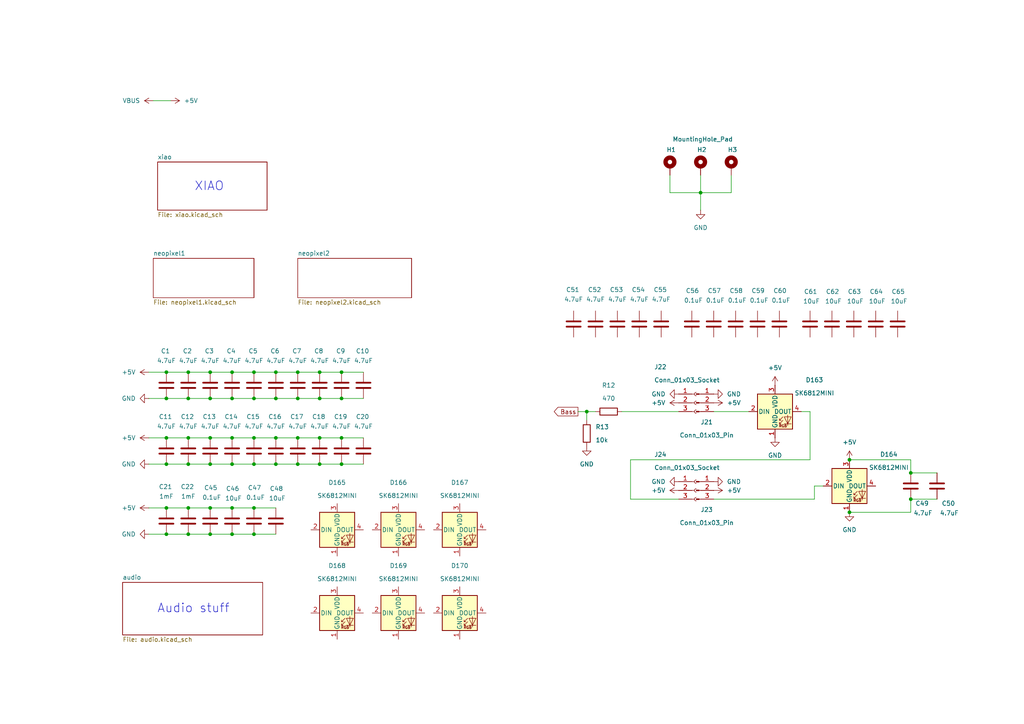
<source format=kicad_sch>
(kicad_sch (version 20231120) (generator "eeschema") (generator_version "8.0")
  (paper "A4")
  (lib_symbols
    (symbol "Connector:Conn_01x03_Pin" (pin_names (offset 1.016) hide)
      (property "Reference" "J" (at 0 5.08 0))
      (property "Value" "Conn_01x03_Pin" (at 0 -5.08 0))
      (symbol "Conn_01x03_Pin_1_1"
        (polyline (pts (xy 1.27 -2.54) (xy 0.8636 -2.54)) (stroke (width 0.1524)))
        (polyline (pts (xy 1.27 0) (xy 0.8636 0)) (stroke (width 0.1524)))
        (polyline (pts (xy 1.27 2.54) (xy 0.8636 2.54)) (stroke (width 0.1524)))
        (rectangle (start 0.8636 -2.413) (end 0 -2.667) (stroke (width 0.1524)) (fill (type outline)))
        (rectangle (start 0.8636 0.127) (end 0 -0.127) (stroke (width 0.1524)) (fill (type outline)))
        (rectangle (start 0.8636 2.667) (end 0 2.413) (stroke (width 0.1524)) (fill (type outline)))
        (pin passive line (at 5.08 2.54 180) (length 3.81) (name "Pin_1") (number "1"))
        (pin passive line (at 5.08 0 180) (length 3.81) (name "Pin_2") (number "2"))
        (pin passive line (at 5.08 -2.54 180) (length 3.81) (name "Pin_3") (number "3"))
      )
    )
    (symbol "Connector:Conn_01x03_Socket" (pin_names (offset 1.016) hide)
      (property "Reference" "J" (at 0 5.08 0))
      (property "Value" "Conn_01x03_Socket" (at 0 -5.08 0))
      (symbol "Conn_01x03_Socket_1_1"
        (arc (start 0 -2.032) (mid -0.5058 -2.54) (end 0 -3.048) (stroke (width 0.1524)))
        (polyline (pts (xy -1.27 -2.54) (xy -0.508 -2.54)) (stroke (width 0.1524)))
        (polyline (pts (xy -1.27 0) (xy -0.508 0)) (stroke (width 0.1524)))
        (polyline (pts (xy -1.27 2.54) (xy -0.508 2.54)) (stroke (width 0.1524)))
        (arc (start 0 0.508) (mid -0.5058 0) (end 0 -0.508) (stroke (width 0.1524)))
        (arc (start 0 3.048) (mid -0.5058 2.54) (end 0 2.032) (stroke (width 0.1524)))
        (pin passive line (at -5.08 2.54 0) (length 3.81) (name "Pin_1") (number "1"))
        (pin passive line (at -5.08 0 0) (length 3.81) (name "Pin_2") (number "2"))
        (pin passive line (at -5.08 -2.54 0) (length 3.81) (name "Pin_3") (number "3"))
      )
    )
    (symbol "Device:C" (pin_numbers hide) (pin_names (offset 0.254))
      (property "Reference" "C" (at 0.635 2.54 0))
      (property "Value" "C" (at 0.635 -2.54 0))
      (symbol "C_0_1"
        (polyline (pts (xy -2.032 -0.762) (xy 2.032 -0.762)) (stroke (width 0.508)))
        (polyline (pts (xy -2.032 0.762) (xy 2.032 0.762)) (stroke (width 0.508)))
      )
      (symbol "C_1_1"
        (pin passive line (at 0 3.81 270) (length 2.794) (name "~") (number "1"))
        (pin passive line (at 0 -3.81 90) (length 2.794) (name "~") (number "2"))
      )
    )
    (symbol "Device:R" (pin_numbers hide) (pin_names (offset 0))
      (property "Reference" "R" (at 2.032 0 90))
      (property "Value" "R" (at 0 0 90))
      (symbol "R_0_1"
        (rectangle (start -1.016 -2.54) (end 1.016 2.54) (stroke (width 0.254)))
      )
      (symbol "R_1_1"
        (pin passive line (at 0 3.81 270) (length 1.27) (name "~") (number "1"))
        (pin passive line (at 0 -3.81 90) (length 1.27) (name "~") (number "2"))
      )
    )
    (symbol "Mechanical:MountingHole_Pad" (pin_numbers hide) (pin_names (offset 1.016) hide) (exclude_from_sim yes) (in_bom no)
      (property "Reference" "H" (at 0 6.35 0))
      (property "Value" "MountingHole_Pad" (at 0 4.445 0))
      (symbol "MountingHole_Pad_0_1"
        (circle (center 0 1.27) (radius 1.27) (stroke (width 1.27)))
      )
      (symbol "MountingHole_Pad_1_1"
        (pin input line (at 0 -2.54 90) (length 2.54) (name "1") (number "1"))
      )
    )
    (symbol "SK6812MINI-HS:SK6812MINI-HS" (pin_names (offset 0.254))
      (property "Reference" "D" (at 5.08 5.715 0))
      (property "Value" "SK6812MINI-HS" (at 1.27 -5.715 0))
      (symbol "SK6812MINI-HS_0_0"
        (text "RGB" (at 2.286 -4.191 0) (effects (font (size 0.762 0.762))))
      )
      (symbol "SK6812MINI-HS_0_1"
        (polyline (pts (xy 1.27 -3.556) (xy 1.778 -3.556)))
        (polyline (pts (xy 1.27 -2.54) (xy 1.778 -2.54)))
        (polyline (pts (xy 4.699 -3.556) (xy 2.667 -3.556)))
        (polyline (pts (xy 2.286 -2.54) (xy 1.27 -3.556) (xy 1.27 -3.048)))
        (polyline (pts (xy 2.286 -1.524) (xy 1.27 -2.54) (xy 1.27 -2.032)))
        (polyline (pts (xy 3.683 -1.016) (xy 3.683 -3.556) (xy 3.683 -4.064)))
        (polyline (pts (xy 4.699 -1.524) (xy 2.667 -1.524) (xy 3.683 -3.556) (xy 4.699 -1.524)))
        (rectangle (start 5.08 5.08) (end -5.08 -5.08) (stroke (width 0.254)) (fill (type background)))
      )
      (symbol "SK6812MINI-HS_1_1"
        (pin power_in line (at 0 -7.62 90) (length 2.54) (name "GND") (number "1"))
        (pin input line (at -7.62 0 0) (length 2.54) (name "DIN") (number "2"))
        (pin power_in line (at 0 7.62 270) (length 2.54) (name "VDD") (number "3"))
        (pin output line (at 7.62 0 180) (length 2.54) (name "DOUT") (number "4"))
      )
    )
    (symbol "power:+5V" (power) (pin_numbers hide) (pin_names (offset 0) hide)
      (property "Value" "+5V" (at 0 3.556 0))
      (symbol "+5V_0_1"
        (polyline (pts (xy -0.762 1.27) (xy 0 2.54)))
        (polyline (pts (xy 0 0) (xy 0 2.54)))
        (polyline (pts (xy 0 2.54) (xy 0.762 1.27)))
      )
      (symbol "+5V_1_1"
        (pin power_in line (at 0 0 90) (length 0) (name "~") (number "1"))
      )
    )
    (symbol "power:GND" (power) (pin_numbers hide) (pin_names (offset 0) hide)
      (property "Value" "GND" (at 0 -3.81 0))
      (symbol "GND_0_1"
        (polyline (pts (xy 0 0) (xy 0 -1.27) (xy 1.27 -1.27) (xy 0 -2.54) (xy -1.27 -1.27) (xy 0 -1.27)))
      )
      (symbol "GND_1_1"
        (pin power_in line (at 0 0 270) (length 0) (name "~") (number "1"))
      )
    )
    (symbol "power:VBUS" (power) (pin_numbers hide) (pin_names (offset 0) hide)
      (property "Value" "VBUS" (at 0 3.556 0))
      (symbol "VBUS_0_1"
        (polyline (pts (xy -0.762 1.27) (xy 0 2.54)))
        (polyline (pts (xy 0 0) (xy 0 2.54)))
        (polyline (pts (xy 0 2.54) (xy 0.762 1.27)))
      )
      (symbol "VBUS_1_1"
        (pin power_in line (at 0 0 90) (length 0) (name "~") (number "1"))
      )
    )
  )
  (junction (at 99.06 134.62))
  (junction (at 54.61 154.94))
  (junction (at 246.38 148.59))
  (junction (at 92.71 107.95))
  (junction (at 67.31 134.62))
  (junction (at 99.06 107.95))
  (junction (at 264.16 137.16))
  (junction (at 92.71 134.62))
  (junction (at 80.01 107.95))
  (junction (at 48.26 147.32))
  (junction (at 54.61 107.95))
  (junction (at 67.31 127))
  (junction (at 67.31 147.32))
  (junction (at 54.61 134.62))
  (junction (at 48.26 134.62))
  (junction (at 48.26 107.95))
  (junction (at 48.26 127))
  (junction (at 60.96 134.62))
  (junction (at 73.66 154.94))
  (junction (at 170.18 119.38))
  (junction (at 60.96 154.94))
  (junction (at 264.16 144.78))
  (junction (at 203.2 55.88))
  (junction (at 80.01 134.62))
  (junction (at 86.36 127))
  (junction (at 73.66 134.62))
  (junction (at 48.26 115.57))
  (junction (at 67.31 115.57))
  (junction (at 73.66 127))
  (junction (at 86.36 107.95))
  (junction (at 67.31 154.94))
  (junction (at 86.36 115.57))
  (junction (at 73.66 147.32))
  (junction (at 54.61 147.32))
  (junction (at 86.36 134.62))
  (junction (at 80.01 115.57))
  (junction (at 92.71 115.57))
  (junction (at 67.31 107.95))
  (junction (at 54.61 127))
  (junction (at 54.61 115.57))
  (junction (at 60.96 107.95))
  (junction (at 60.96 147.32))
  (junction (at 60.96 115.57))
  (junction (at 92.71 127))
  (junction (at 73.66 107.95))
  (junction (at 246.38 133.35))
  (junction (at 80.01 127))
  (junction (at 99.06 115.57))
  (junction (at 99.06 127))
  (junction (at 48.26 154.94))
  (junction (at 73.66 115.57))
  (junction (at 60.96 127))
  (wire (pts (xy 180.34 119.38) (xy 196.85 119.38)))
  (wire (pts (xy 43.18 147.32) (xy 48.26 147.32)))
  (wire (pts (xy 92.71 115.57) (xy 99.06 115.57)))
  (wire (pts (xy 48.26 107.95) (xy 54.61 107.95)))
  (wire (pts (xy 60.96 154.94) (xy 67.31 154.94)))
  (wire (pts (xy 43.18 134.62) (xy 48.26 134.62)))
  (wire (pts (xy 264.16 144.78) (xy 264.16 148.59)))
  (wire (pts (xy 80.01 134.62) (xy 86.36 134.62)))
  (wire (pts (xy 60.96 147.32) (xy 67.31 147.32)))
  (wire (pts (xy 182.88 133.35) (xy 182.88 144.78)))
  (wire (pts (xy 54.61 147.32) (xy 60.96 147.32)))
  (wire (pts (xy 236.22 140.97) (xy 238.76 140.97)))
  (wire (pts (xy 264.16 137.16) (xy 264.16 133.35)))
  (wire (pts (xy 203.2 50.8) (xy 203.2 55.88)))
  (wire (pts (xy 170.18 119.38) (xy 170.18 121.92)))
  (wire (pts (xy 99.06 115.57) (xy 105.41 115.57)))
  (wire (pts (xy 43.18 107.95) (xy 48.26 107.95)))
  (wire (pts (xy 73.66 154.94) (xy 80.01 154.94)))
  (wire (pts (xy 92.71 107.95) (xy 99.06 107.95)))
  (wire (pts (xy 48.26 134.62) (xy 54.61 134.62)))
  (wire (pts (xy 92.71 134.62) (xy 99.06 134.62)))
  (wire (pts (xy 264.16 144.78) (xy 271.78 144.78)))
  (wire (pts (xy 54.61 127) (xy 60.96 127)))
  (wire (pts (xy 43.18 115.57) (xy 48.26 115.57)))
  (wire (pts (xy 54.61 154.94) (xy 60.96 154.94)))
  (wire (pts (xy 44.45 29.21) (xy 49.53 29.21)))
  (wire (pts (xy 264.16 137.16) (xy 271.78 137.16)))
  (wire (pts (xy 67.31 134.62) (xy 73.66 134.62)))
  (wire (pts (xy 212.09 50.8) (xy 212.09 55.88)))
  (wire (pts (xy 73.66 147.32) (xy 80.01 147.32)))
  (wire (pts (xy 236.22 144.78) (xy 207.01 144.78)))
  (wire (pts (xy 60.96 127) (xy 67.31 127)))
  (wire (pts (xy 99.06 107.95) (xy 105.41 107.95)))
  (wire (pts (xy 86.36 115.57) (xy 92.71 115.57)))
  (wire (pts (xy 48.26 147.32) (xy 54.61 147.32)))
  (wire (pts (xy 86.36 134.62) (xy 92.71 134.62)))
  (wire (pts (xy 264.16 148.59) (xy 246.38 148.59)))
  (wire (pts (xy 67.31 154.94) (xy 73.66 154.94)))
  (wire (pts (xy 54.61 107.95) (xy 60.96 107.95)))
  (wire (pts (xy 43.18 154.94) (xy 48.26 154.94)))
  (wire (pts (xy 86.36 127) (xy 92.71 127)))
  (wire (pts (xy 194.31 55.88) (xy 203.2 55.88)))
  (wire (pts (xy 48.26 154.94) (xy 54.61 154.94)))
  (wire (pts (xy 73.66 107.95) (xy 80.01 107.95)))
  (wire (pts (xy 182.88 144.78) (xy 196.85 144.78)))
  (wire (pts (xy 92.71 127) (xy 99.06 127)))
  (wire (pts (xy 234.95 133.35) (xy 182.88 133.35)))
  (wire (pts (xy 54.61 115.57) (xy 60.96 115.57)))
  (wire (pts (xy 48.26 115.57) (xy 54.61 115.57)))
  (wire (pts (xy 207.01 119.38) (xy 217.17 119.38)))
  (wire (pts (xy 80.01 107.95) (xy 86.36 107.95)))
  (wire (pts (xy 203.2 55.88) (xy 212.09 55.88)))
  (wire (pts (xy 73.66 134.62) (xy 80.01 134.62)))
  (wire (pts (xy 73.66 115.57) (xy 80.01 115.57)))
  (wire (pts (xy 234.95 119.38) (xy 234.95 133.35)))
  (wire (pts (xy 234.95 119.38) (xy 232.41 119.38)))
  (wire (pts (xy 60.96 134.62) (xy 67.31 134.62)))
  (wire (pts (xy 67.31 115.57) (xy 73.66 115.57)))
  (wire (pts (xy 80.01 127) (xy 86.36 127)))
  (wire (pts (xy 60.96 115.57) (xy 67.31 115.57)))
  (wire (pts (xy 73.66 127) (xy 80.01 127)))
  (wire (pts (xy 194.31 50.8) (xy 194.31 55.88)))
  (wire (pts (xy 170.18 119.38) (xy 172.72 119.38)))
  (wire (pts (xy 99.06 127) (xy 105.41 127)))
  (wire (pts (xy 60.96 107.95) (xy 67.31 107.95)))
  (wire (pts (xy 67.31 127) (xy 73.66 127)))
  (wire (pts (xy 67.31 107.95) (xy 73.66 107.95)))
  (wire (pts (xy 48.26 127) (xy 54.61 127)))
  (wire (pts (xy 236.22 140.97) (xy 236.22 144.78)))
  (wire (pts (xy 167.64 119.38) (xy 170.18 119.38)))
  (wire (pts (xy 99.06 134.62) (xy 105.41 134.62)))
  (wire (pts (xy 43.18 127) (xy 48.26 127)))
  (wire (pts (xy 67.31 147.32) (xy 73.66 147.32)))
  (wire (pts (xy 86.36 107.95) (xy 92.71 107.95)))
  (wire (pts (xy 203.2 55.88) (xy 203.2 60.96)))
  (wire (pts (xy 54.61 134.62) (xy 60.96 134.62)))
  (wire (pts (xy 264.16 133.35) (xy 246.38 133.35)))
  (wire (pts (xy 80.01 115.57) (xy 86.36 115.57)))
  (text "Audio stuff" (at 56.134 176.53 0) (effects (font (size 2.54 2.54))))
  (text "XIAO" (at 60.706 54.102 0) (effects (font (size 2.54 2.54))))
  (global_label "Bass" (shape output) (at 167.64 119.38 180) (property "Intersheetrefs" "${INTERSHEET_REFS}" (effects (hide yes))))
  (symbol (lib_id "SK6812MINI-HS:SK6812MINI-HS") (at 133.35 177.8 0) (unit 1)
    (property "Reference" "D170" (at 133.35 164.084 0))
    (property "Value" "SK6812MINI" (at 133.35 167.894 0))
    (property "Footprint" "misc:SK6812MINI-HS" (effects (hide yes)))
    (property "Datasheet" "https://cdn-shop.adafruit.com/product-files/2686/SK6812MINI_REV.01-1-2.pdf" (effects (hide yes)))
    (property "Description" "RGB LED with integrated controller" (effects (hide yes)))
  )
  (symbol (lib_id "Device:C") (at 60.96 130.81 180) (unit 1)
    (property "Reference" "C13" (at 60.706 120.142 0) (effects (justify bottom)))
    (property "Value" "4.7uF" (at 60.96 122.936 0) (effects (justify bottom)))
    (property "Footprint" "Capacitor_SMD:C_0402_1005Metric_Pad0.74x0.62mm_HandSolder" (effects (hide yes)))
    (property "Description" "Unpolarized capacitor" (effects (hide yes)))
    (property "LCSC Part #" "C23733" (effects (hide yes)))
  )
  (symbol (lib_id "Device:C") (at 54.61 111.76 180) (unit 1)
    (property "Reference" "C2" (at 54.356 101.092 0) (effects (justify bottom)))
    (property "Value" "4.7uF" (at 54.61 103.886 0) (effects (justify bottom)))
    (property "Footprint" "Capacitor_SMD:C_0402_1005Metric_Pad0.74x0.62mm_HandSolder" (effects (hide yes)))
    (property "Description" "Unpolarized capacitor" (effects (hide yes)))
    (property "LCSC Part #" "C23733" (effects (hide yes)))
  )
  (symbol (lib_id "Device:C") (at 213.36 93.98 0) (unit 1)
    (property "Reference" "C58" (at 211.582 84.328 0) (effects (justify left)))
    (property "Value" "0.1uF" (at 211.074 87.122 0) (effects (justify left)))
    (property "Footprint" "Capacitor_SMD:C_0402_1005Metric_Pad0.74x0.62mm_HandSolder" (effects (hide yes)))
    (property "Description" "Unpolarized capacitor" (effects (hide yes)))
    (property "LCSC Part #" "C1525" (effects (hide yes)))
  )
  (symbol (lib_id "power:+5V") (at 207.01 116.84 270) (unit 1)
    (property "Reference" "#PWR373" (effects (hide yes)))
    (property "Value" "+5V" (at 210.82 116.84 90) (effects (justify left)))
    (property "Description" "Power symbol creates a global label with name \"+5V\"" (effects (hide yes)))
  )
  (symbol (lib_id "power:GND") (at 207.01 139.7 90) (unit 1)
    (property "Reference" "#PWR369" (effects (hide yes)))
    (property "Value" "GND" (at 210.82 139.7 90) (effects (justify right)))
    (property "Description" "Power symbol creates a global label with name \"GND\" , ground" (effects (hide yes)))
  )
  (symbol (lib_id "Device:C") (at 60.96 111.76 180) (unit 1)
    (property "Reference" "C3" (at 60.706 101.092 0) (effects (justify bottom)))
    (property "Value" "4.7uF" (at 60.96 103.886 0) (effects (justify bottom)))
    (property "Footprint" "Capacitor_SMD:C_0402_1005Metric_Pad0.74x0.62mm_HandSolder" (effects (hide yes)))
    (property "Description" "Unpolarized capacitor" (effects (hide yes)))
    (property "LCSC Part #" "C23733" (effects (hide yes)))
  )
  (symbol (lib_id "Device:C") (at 67.31 130.81 180) (unit 1)
    (property "Reference" "C14" (at 67.056 120.142 0) (effects (justify bottom)))
    (property "Value" "4.7uF" (at 67.31 122.936 0) (effects (justify bottom)))
    (property "Footprint" "Capacitor_SMD:C_0402_1005Metric_Pad0.74x0.62mm_HandSolder" (effects (hide yes)))
    (property "Description" "Unpolarized capacitor" (effects (hide yes)))
    (property "LCSC Part #" "C23733" (effects (hide yes)))
  )
  (symbol (lib_id "power:+5V") (at 246.38 133.35 0) (unit 1)
    (property "Reference" "#PWR362" (effects (hide yes)))
    (property "Value" "+5V" (at 246.38 128.27 0))
    (property "Description" "Power symbol creates a global label with name \"+5V\"" (effects (hide yes)))
  )
  (symbol (lib_id "Device:C") (at 191.77 93.98 180) (unit 1)
    (property "Reference" "C55" (at 191.516 83.312 0) (effects (justify bottom)))
    (property "Value" "4.7uF" (at 191.77 86.106 0) (effects (justify bottom)))
    (property "Footprint" "Capacitor_SMD:C_0402_1005Metric_Pad0.74x0.62mm_HandSolder" (effects (hide yes)))
    (property "Description" "Unpolarized capacitor" (effects (hide yes)))
    (property "LCSC Part #" "C23733" (effects (hide yes)))
  )
  (symbol (lib_id "Device:C") (at 73.66 130.81 180) (unit 1)
    (property "Reference" "C15" (at 73.406 120.142 0) (effects (justify bottom)))
    (property "Value" "4.7uF" (at 73.66 122.936 0) (effects (justify bottom)))
    (property "Footprint" "Capacitor_SMD:C_0402_1005Metric_Pad0.74x0.62mm_HandSolder" (effects (hide yes)))
    (property "Description" "Unpolarized capacitor" (effects (hide yes)))
    (property "LCSC Part #" "C23733" (effects (hide yes)))
  )
  (symbol (lib_id "power:GND") (at 246.38 148.59 0) (unit 1)
    (property "Reference" "#PWR364" (effects (hide yes)))
    (property "Value" "GND" (at 246.38 153.67 0))
    (property "Description" "Power symbol creates a global label with name \"GND\" , ground" (effects (hide yes)))
  )
  (symbol (lib_id "SK6812MINI-HS:SK6812MINI-HS") (at 115.57 153.67 0) (unit 1)
    (property "Reference" "D166" (at 115.57 139.954 0))
    (property "Value" "SK6812MINI" (at 115.57 143.764 0))
    (property "Footprint" "misc:SK6812MINI-HS" (effects (hide yes)))
    (property "Datasheet" "https://cdn-shop.adafruit.com/product-files/2686/SK6812MINI_REV.01-1-2.pdf" (effects (hide yes)))
    (property "Description" "RGB LED with integrated controller" (effects (hide yes)))
  )
  (symbol (lib_id "power:GND") (at 43.18 154.94 270) (unit 1)
    (property "Reference" "#PWR0329" (effects (hide yes)))
    (property "Value" "GND" (at 39.37 154.94 90) (effects (justify right)))
    (property "Description" "Power symbol creates a global label with name \"GND\" , ground" (effects (hide yes)))
  )
  (symbol (lib_id "Device:C") (at 54.61 130.81 180) (unit 1)
    (property "Reference" "C12" (at 54.356 120.142 0) (effects (justify bottom)))
    (property "Value" "4.7uF" (at 54.61 122.936 0) (effects (justify bottom)))
    (property "Footprint" "Capacitor_SMD:C_0402_1005Metric_Pad0.74x0.62mm_HandSolder" (effects (hide yes)))
    (property "Description" "Unpolarized capacitor" (effects (hide yes)))
    (property "LCSC Part #" "C23733" (effects (hide yes)))
  )
  (symbol (lib_id "power:+5V") (at 43.18 127 90) (unit 1)
    (property "Reference" "#PWR0326" (effects (hide yes)))
    (property "Value" "+5V" (at 39.37 127 90) (effects (justify left)))
    (property "Description" "Power symbol creates a global label with name \"+5V\"" (effects (hide yes)))
  )
  (symbol (lib_id "Device:C") (at 92.71 130.81 180) (unit 1)
    (property "Reference" "C18" (at 92.456 120.142 0) (effects (justify bottom)))
    (property "Value" "4.7uF" (at 92.71 122.936 0) (effects (justify bottom)))
    (property "Footprint" "Capacitor_SMD:C_0402_1005Metric_Pad0.74x0.62mm_HandSolder" (effects (hide yes)))
    (property "Description" "Unpolarized capacitor" (effects (hide yes)))
    (property "LCSC Part #" "C23733" (effects (hide yes)))
  )
  (symbol (lib_id "Connector:Conn_01x03_Pin") (at 201.93 142.24 0) (unit 1)
    (property "Reference" "J23" (at 204.978 147.828 0))
    (property "Value" "Conn_01x03_Pin" (at 204.978 151.638 0))
    (property "Footprint" "Connector_PinHeader_2.54mm:PinHeader_1x03_P2.54mm_Vertical" (effects (hide yes)))
    (property "Description" "Generic connector, single row, 01x03, script generated" (effects (hide yes)))
  )
  (symbol (lib_id "Mechanical:MountingHole_Pad") (at 194.31 48.26 0) (unit 1) (exclude_from_sim yes) (in_bom no)
    (property "Reference" "H1" (at 193.294 43.434 0) (effects (justify left)))
    (property "Value" "MountingHole_Pad" (at 195.072 40.386 0) (effects (justify left)))
    (property "Footprint" "MountingHole:MountingHole_4.3mm_M4_Pad_Via" (effects (hide yes)))
    (property "Description" "Mounting Hole with connection" (effects (hide yes)))
  )
  (symbol (lib_id "SK6812MINI-HS:SK6812MINI-HS") (at 115.57 177.8 0) (unit 1)
    (property "Reference" "D169" (at 115.57 164.084 0))
    (property "Value" "SK6812MINI" (at 115.57 167.894 0))
    (property "Footprint" "misc:SK6812MINI-HS" (effects (hide yes)))
    (property "Datasheet" "https://cdn-shop.adafruit.com/product-files/2686/SK6812MINI_REV.01-1-2.pdf" (effects (hide yes)))
    (property "Description" "RGB LED with integrated controller" (effects (hide yes)))
  )
  (symbol (lib_id "Device:C") (at 86.36 130.81 180) (unit 1)
    (property "Reference" "C17" (at 86.106 120.142 0) (effects (justify bottom)))
    (property "Value" "4.7uF" (at 86.36 122.936 0) (effects (justify bottom)))
    (property "Footprint" "Capacitor_SMD:C_0402_1005Metric_Pad0.74x0.62mm_HandSolder" (effects (hide yes)))
    (property "Description" "Unpolarized capacitor" (effects (hide yes)))
    (property "LCSC Part #" "C23733" (effects (hide yes)))
  )
  (symbol (lib_id "Device:C") (at 48.26 151.13 180) (unit 1)
    (property "Reference" "C21" (at 48.006 140.462 0) (effects (justify bottom)))
    (property "Value" "1mF" (at 48.26 143.256 0) (effects (justify bottom)))
    (property "Footprint" "Capacitor_SMD:CP_Elec_8x10.5" (effects (hide yes)))
    (property "Description" "Unpolarized capacitor" (effects (hide yes)))
    (property "LCSC Part #" "C5246577" (effects (hide yes)))
  )
  (symbol (lib_id "power:+5V") (at 196.85 116.84 90) (unit 1)
    (property "Reference" "#PWR372" (effects (hide yes)))
    (property "Value" "+5V" (at 193.04 116.84 90) (effects (justify left)))
    (property "Description" "Power symbol creates a global label with name \"+5V\"" (effects (hide yes)))
  )
  (symbol (lib_id "SK6812MINI-HS:SK6812MINI-HS") (at 97.79 153.67 0) (unit 1)
    (property "Reference" "D165" (at 97.79 139.954 0))
    (property "Value" "SK6812MINI" (at 97.79 143.764 0))
    (property "Footprint" "misc:SK6812MINI-HS" (effects (hide yes)))
    (property "Datasheet" "https://cdn-shop.adafruit.com/product-files/2686/SK6812MINI_REV.01-1-2.pdf" (effects (hide yes)))
    (property "Description" "RGB LED with integrated controller" (effects (hide yes)))
  )
  (symbol (lib_id "SK6812MINI-HS:SK6812MINI-HS") (at 97.79 177.8 0) (unit 1)
    (property "Reference" "D168" (at 97.79 164.084 0))
    (property "Value" "SK6812MINI" (at 97.79 167.894 0))
    (property "Footprint" "misc:SK6812MINI-HS" (effects (hide yes)))
    (property "Datasheet" "https://cdn-shop.adafruit.com/product-files/2686/SK6812MINI_REV.01-1-2.pdf" (effects (hide yes)))
    (property "Description" "RGB LED with integrated controller" (effects (hide yes)))
  )
  (symbol (lib_id "power:GND") (at 207.01 114.3 90) (unit 1)
    (property "Reference" "#PWR367" (effects (hide yes)))
    (property "Value" "GND" (at 210.82 114.3 90) (effects (justify right)))
    (property "Description" "Power symbol creates a global label with name \"GND\" , ground" (effects (hide yes)))
  )
  (symbol (lib_id "Device:R") (at 170.18 125.73 0) (unit 1)
    (property "Reference" "R13" (at 172.72 123.825 0) (effects (justify left)))
    (property "Value" "10k" (at 172.72 127.635 0) (effects (justify left)))
    (property "Footprint" "Resistor_SMD:R_0402_1005Metric_Pad0.72x0.64mm_HandSolder" (effects (hide yes)))
    (property "Description" "Resistor" (effects (hide yes)))
    (property "LCSC Part #" "C25744" (effects (hide yes)))
  )
  (symbol (lib_id "power:VBUS") (at 44.45 29.21 90) (unit 1)
    (property "Reference" "#PWR346" (effects (hide yes)))
    (property "Value" "VBUS" (at 40.64 29.21 90) (effects (justify left)))
    (property "Description" "Power symbol creates a global label with name \"VBUS\"" (effects (hide yes)))
  )
  (symbol (lib_id "power:+5V") (at 43.18 107.95 90) (unit 1)
    (property "Reference" "#PWR0324" (effects (hide yes)))
    (property "Value" "+5V" (at 39.37 107.95 90) (effects (justify left)))
    (property "Description" "Power symbol creates a global label with name \"+5V\"" (effects (hide yes)))
  )
  (symbol (lib_id "Device:C") (at 60.96 151.13 0) (unit 1)
    (property "Reference" "C45" (at 59.182 141.478 0) (effects (justify left)))
    (property "Value" "0.1uF" (at 58.674 144.272 0) (effects (justify left)))
    (property "Footprint" "Capacitor_SMD:C_0402_1005Metric_Pad0.74x0.62mm_HandSolder" (effects (hide yes)))
    (property "Description" "Unpolarized capacitor" (effects (hide yes)))
    (property "LCSC Part #" "C1525" (effects (hide yes)))
  )
  (symbol (lib_id "Connector:Conn_01x03_Pin") (at 201.93 116.84 0) (unit 1)
    (property "Reference" "J21" (at 204.978 122.428 0))
    (property "Value" "Conn_01x03_Pin" (at 204.978 126.238 0))
    (property "Footprint" "Connector_PinHeader_2.54mm:PinHeader_1x03_P2.54mm_Vertical" (effects (hide yes)))
    (property "Description" "Generic connector, single row, 01x03, script generated" (effects (hide yes)))
  )
  (symbol (lib_id "Device:C") (at 67.31 151.13 0) (unit 1)
    (property "Reference" "C46" (at 65.532 141.732 0) (effects (justify left)))
    (property "Value" "10uF" (at 65.278 144.526 0) (effects (justify left)))
    (property "Footprint" "Capacitor_SMD:C_0603_1608Metric_Pad1.08x0.95mm_HandSolder" (effects (hide yes)))
    (property "Description" "Unpolarized capacitor" (effects (hide yes)))
    (property "LCSC Part #" "C19702" (effects (hide yes)))
  )
  (symbol (lib_id "power:GND") (at 203.2 60.96 0) (unit 1)
    (property "Reference" "#PWR332" (effects (hide yes)))
    (property "Value" "GND" (at 203.2 66.04 0))
    (property "Description" "Power symbol creates a global label with name \"GND\" , ground" (effects (hide yes)))
  )
  (symbol (lib_id "Device:C") (at 172.72 93.98 180) (unit 1)
    (property "Reference" "C52" (at 172.466 83.312 0) (effects (justify bottom)))
    (property "Value" "4.7uF" (at 172.72 86.106 0) (effects (justify bottom)))
    (property "Footprint" "Capacitor_SMD:C_0402_1005Metric_Pad0.74x0.62mm_HandSolder" (effects (hide yes)))
    (property "Description" "Unpolarized capacitor" (effects (hide yes)))
    (property "LCSC Part #" "C23733" (effects (hide yes)))
  )
  (symbol (lib_id "power:GND") (at 224.79 127 0) (unit 1)
    (property "Reference" "#PWR363" (effects (hide yes)))
    (property "Value" "GND" (at 224.79 132.08 0))
    (property "Description" "Power symbol creates a global label with name \"GND\" , ground" (effects (hide yes)))
  )
  (symbol (lib_id "Device:C") (at 48.26 111.76 180) (unit 1)
    (property "Reference" "C1" (at 48.006 101.092 0) (effects (justify bottom)))
    (property "Value" "4.7uF" (at 48.26 103.886 0) (effects (justify bottom)))
    (property "Footprint" "Capacitor_SMD:C_0402_1005Metric_Pad0.74x0.62mm_HandSolder" (effects (hide yes)))
    (property "Description" "Unpolarized capacitor" (effects (hide yes)))
    (property "LCSC Part #" "C23733" (effects (hide yes)))
  )
  (symbol (lib_id "Device:C") (at 73.66 151.13 0) (unit 1)
    (property "Reference" "C47" (at 71.882 141.478 0) (effects (justify left)))
    (property "Value" "0.1uF" (at 71.374 144.272 0) (effects (justify left)))
    (property "Footprint" "Capacitor_SMD:C_0402_1005Metric_Pad0.74x0.62mm_HandSolder" (effects (hide yes)))
    (property "Description" "Unpolarized capacitor" (effects (hide yes)))
    (property "LCSC Part #" "C1525" (effects (hide yes)))
  )
  (symbol (lib_id "Device:C") (at 207.01 93.98 0) (unit 1)
    (property "Reference" "C57" (at 205.232 84.328 0) (effects (justify left)))
    (property "Value" "0.1uF" (at 204.724 87.122 0) (effects (justify left)))
    (property "Footprint" "Capacitor_SMD:C_0402_1005Metric_Pad0.74x0.62mm_HandSolder" (effects (hide yes)))
    (property "Description" "Unpolarized capacitor" (effects (hide yes)))
    (property "LCSC Part #" "C1525" (effects (hide yes)))
  )
  (symbol (lib_id "Device:C") (at 54.61 151.13 180) (unit 1)
    (property "Reference" "C22" (at 54.356 140.462 0) (effects (justify bottom)))
    (property "Value" "1mF" (at 54.61 143.256 0) (effects (justify bottom)))
    (property "Footprint" "Capacitor_SMD:CP_Elec_8x10.5" (effects (hide yes)))
    (property "Description" "Unpolarized capacitor" (effects (hide yes)))
    (property "LCSC Part #" "C5246577" (effects (hide yes)))
  )
  (symbol (lib_id "Device:C") (at 200.66 93.98 0) (unit 1)
    (property "Reference" "C56" (at 198.882 84.328 0) (effects (justify left)))
    (property "Value" "0.1uF" (at 198.374 87.122 0) (effects (justify left)))
    (property "Footprint" "Capacitor_SMD:C_0402_1005Metric_Pad0.74x0.62mm_HandSolder" (effects (hide yes)))
    (property "Description" "Unpolarized capacitor" (effects (hide yes)))
    (property "LCSC Part #" "C1525" (effects (hide yes)))
  )
  (symbol (lib_id "Device:C") (at 185.42 93.98 180) (unit 1)
    (property "Reference" "C54" (at 185.166 83.312 0) (effects (justify bottom)))
    (property "Value" "4.7uF" (at 185.42 86.106 0) (effects (justify bottom)))
    (property "Footprint" "Capacitor_SMD:C_0402_1005Metric_Pad0.74x0.62mm_HandSolder" (effects (hide yes)))
    (property "Description" "Unpolarized capacitor" (effects (hide yes)))
    (property "LCSC Part #" "C23733" (effects (hide yes)))
  )
  (symbol (lib_id "power:GND") (at 43.18 115.57 270) (unit 1)
    (property "Reference" "#PWR0325" (effects (hide yes)))
    (property "Value" "GND" (at 39.37 115.57 90) (effects (justify right)))
    (property "Description" "Power symbol creates a global label with name \"GND\" , ground" (effects (hide yes)))
  )
  (symbol (lib_id "Device:C") (at 67.31 111.76 180) (unit 1)
    (property "Reference" "C4" (at 67.056 101.092 0) (effects (justify bottom)))
    (property "Value" "4.7uF" (at 67.31 103.886 0) (effects (justify bottom)))
    (property "Footprint" "Capacitor_SMD:C_0402_1005Metric_Pad0.74x0.62mm_HandSolder" (effects (hide yes)))
    (property "Description" "Unpolarized capacitor" (effects (hide yes)))
    (property "LCSC Part #" "C23733" (effects (hide yes)))
  )
  (symbol (lib_id "Device:C") (at 271.78 140.97 180) (unit 1)
    (property "Reference" "C50" (at 275.082 145.288 0) (effects (justify bottom)))
    (property "Value" "4.7uF" (at 275.336 148.082 0) (effects (justify bottom)))
    (property "Footprint" "Capacitor_SMD:C_0402_1005Metric_Pad0.74x0.62mm_HandSolder" (effects (hide yes)))
    (property "Description" "Unpolarized capacitor" (effects (hide yes)))
    (property "LCSC Part #" "C23733" (effects (hide yes)))
  )
  (symbol (lib_id "power:+5V") (at 43.18 147.32 90) (unit 1)
    (property "Reference" "#PWR0328" (effects (hide yes)))
    (property "Value" "+5V" (at 39.37 147.32 90) (effects (justify left)))
    (property "Description" "Power symbol creates a global label with name \"+5V\"" (effects (hide yes)))
  )
  (symbol (lib_id "Device:C") (at 99.06 130.81 180) (unit 1)
    (property "Reference" "C19" (at 98.806 120.142 0) (effects (justify bottom)))
    (property "Value" "4.7uF" (at 99.06 122.936 0) (effects (justify bottom)))
    (property "Footprint" "Capacitor_SMD:C_0402_1005Metric_Pad0.74x0.62mm_HandSolder" (effects (hide yes)))
    (property "Description" "Unpolarized capacitor" (effects (hide yes)))
    (property "LCSC Part #" "C23733" (effects (hide yes)))
  )
  (symbol (lib_id "SK6812MINI-HS:SK6812MINI-HS") (at 224.79 119.38 0) (unit 1)
    (property "Reference" "D163" (at 236.22 110.2031 0))
    (property "Value" "SK6812MINI" (at 236.22 114.0131 0))
    (property "Footprint" "misc:SK6812MINI-HS" (effects (hide yes)))
    (property "Datasheet" "https://cdn-shop.adafruit.com/product-files/2686/SK6812MINI_REV.01-1-2.pdf" (effects (hide yes)))
    (property "Description" "RGB LED with integrated controller" (effects (hide yes)))
  )
  (symbol (lib_id "Device:C") (at 92.71 111.76 180) (unit 1)
    (property "Reference" "C8" (at 92.456 101.092 0) (effects (justify bottom)))
    (property "Value" "4.7uF" (at 92.71 103.886 0) (effects (justify bottom)))
    (property "Footprint" "Capacitor_SMD:C_0402_1005Metric_Pad0.74x0.62mm_HandSolder" (effects (hide yes)))
    (property "Description" "Unpolarized capacitor" (effects (hide yes)))
    (property "LCSC Part #" "C23733" (effects (hide yes)))
  )
  (symbol (lib_id "Device:C") (at 105.41 111.76 180) (unit 1)
    (property "Reference" "C10" (at 105.156 101.092 0) (effects (justify bottom)))
    (property "Value" "4.7uF" (at 105.41 103.886 0) (effects (justify bottom)))
    (property "Footprint" "Capacitor_SMD:C_0402_1005Metric_Pad0.74x0.62mm_HandSolder" (effects (hide yes)))
    (property "Description" "Unpolarized capacitor" (effects (hide yes)))
    (property "LCSC Part #" "C23733" (effects (hide yes)))
  )
  (symbol (lib_id "Device:C") (at 80.01 111.76 180) (unit 1)
    (property "Reference" "C6" (at 79.756 101.092 0) (effects (justify bottom)))
    (property "Value" "4.7uF" (at 80.01 103.886 0) (effects (justify bottom)))
    (property "Footprint" "Capacitor_SMD:C_0402_1005Metric_Pad0.74x0.62mm_HandSolder" (effects (hide yes)))
    (property "Description" "Unpolarized capacitor" (effects (hide yes)))
    (property "LCSC Part #" "C23733" (effects (hide yes)))
  )
  (symbol (lib_id "Device:C") (at 73.66 111.76 180) (unit 1)
    (property "Reference" "C5" (at 73.406 101.092 0) (effects (justify bottom)))
    (property "Value" "4.7uF" (at 73.66 103.886 0) (effects (justify bottom)))
    (property "Footprint" "Capacitor_SMD:C_0402_1005Metric_Pad0.74x0.62mm_HandSolder" (effects (hide yes)))
    (property "Description" "Unpolarized capacitor" (effects (hide yes)))
    (property "LCSC Part #" "C23733" (effects (hide yes)))
  )
  (symbol (lib_id "Device:C") (at 241.3 93.98 0) (unit 1)
    (property "Reference" "C62" (at 239.522 84.582 0) (effects (justify left)))
    (property "Value" "10uF" (at 239.268 87.376 0) (effects (justify left)))
    (property "Footprint" "Capacitor_SMD:C_0603_1608Metric_Pad1.08x0.95mm_HandSolder" (effects (hide yes)))
    (property "Description" "Unpolarized capacitor" (effects (hide yes)))
    (property "LCSC Part #" "C19702" (effects (hide yes)))
  )
  (symbol (lib_id "Device:C") (at 80.01 151.13 0) (unit 1)
    (property "Reference" "C48" (at 78.232 141.732 0) (effects (justify left)))
    (property "Value" "10uF" (at 77.978 144.526 0) (effects (justify left)))
    (property "Footprint" "Capacitor_SMD:C_0603_1608Metric_Pad1.08x0.95mm_HandSolder" (effects (hide yes)))
    (property "Description" "Unpolarized capacitor" (effects (hide yes)))
    (property "LCSC Part #" "C19702" (effects (hide yes)))
  )
  (symbol (lib_id "Device:R") (at 176.53 119.38 90) (unit 1)
    (property "Reference" "R12" (at 176.53 111.76 90))
    (property "Value" "470" (at 176.53 115.57 90))
    (property "Footprint" "Resistor_SMD:R_0402_1005Metric_Pad0.72x0.64mm_HandSolder" (effects (hide yes)))
    (property "Description" "Resistor" (effects (hide yes)))
    (property "LCSC Part #" "C25117" (effects (hide yes)))
  )
  (symbol (lib_id "Device:C") (at 48.26 130.81 180) (unit 1)
    (property "Reference" "C11" (at 48.006 120.142 0) (effects (justify bottom)))
    (property "Value" "4.7uF" (at 48.26 122.936 0) (effects (justify bottom)))
    (property "Footprint" "Capacitor_SMD:C_0402_1005Metric_Pad0.74x0.62mm_HandSolder" (effects (hide yes)))
    (property "Description" "Unpolarized capacitor" (effects (hide yes)))
    (property "LCSC Part #" "C23733" (effects (hide yes)))
  )
  (symbol (lib_id "power:GND") (at 196.85 139.7 270) (unit 1)
    (property "Reference" "#PWR368" (effects (hide yes)))
    (property "Value" "GND" (at 193.04 139.7 90) (effects (justify right)))
    (property "Description" "Power symbol creates a global label with name \"GND\" , ground" (effects (hide yes)))
  )
  (symbol (lib_id "Mechanical:MountingHole_Pad") (at 212.09 48.26 0) (unit 1) (exclude_from_sim yes) (in_bom no)
    (property "Reference" "H3" (at 211.074 43.434 0) (effects (justify left)))
    (property "Value" "MountingHole_Pad" (effects (hide yes)))
    (property "Footprint" "MountingHole:MountingHole_4.3mm_M4_Pad_Via" (effects (hide yes)))
    (property "Description" "Mounting Hole with connection" (effects (hide yes)))
  )
  (symbol (lib_id "Device:C") (at 254 93.98 0) (unit 1)
    (property "Reference" "C64" (at 252.222 84.582 0) (effects (justify left)))
    (property "Value" "10uF" (at 251.968 87.376 0) (effects (justify left)))
    (property "Footprint" "Capacitor_SMD:C_0603_1608Metric_Pad1.08x0.95mm_HandSolder" (effects (hide yes)))
    (property "Description" "Unpolarized capacitor" (effects (hide yes)))
    (property "LCSC Part #" "C19702" (effects (hide yes)))
  )
  (symbol (lib_id "Device:C") (at 226.06 93.98 0) (unit 1)
    (property "Reference" "C60" (at 224.282 84.328 0) (effects (justify left)))
    (property "Value" "0.1uF" (at 223.774 87.122 0) (effects (justify left)))
    (property "Footprint" "Capacitor_SMD:C_0402_1005Metric_Pad0.74x0.62mm_HandSolder" (effects (hide yes)))
    (property "Description" "Unpolarized capacitor" (effects (hide yes)))
    (property "LCSC Part #" "C1525" (effects (hide yes)))
  )
  (symbol (lib_id "SK6812MINI-HS:SK6812MINI-HS") (at 133.35 153.67 0) (unit 1)
    (property "Reference" "D167" (at 133.35 139.954 0))
    (property "Value" "SK6812MINI" (at 133.35 143.764 0))
    (property "Footprint" "misc:SK6812MINI-HS" (effects (hide yes)))
    (property "Datasheet" "https://cdn-shop.adafruit.com/product-files/2686/SK6812MINI_REV.01-1-2.pdf" (effects (hide yes)))
    (property "Description" "RGB LED with integrated controller" (effects (hide yes)))
  )
  (symbol (lib_id "SK6812MINI-HS:SK6812MINI-HS") (at 246.38 140.97 0) (unit 1)
    (property "Reference" "D164" (at 257.81 131.7931 0))
    (property "Value" "SK6812MINI" (at 257.81 135.6031 0))
    (property "Footprint" "misc:SK6812MINI-HS" (effects (hide yes)))
    (property "Datasheet" "https://cdn-shop.adafruit.com/product-files/2686/SK6812MINI_REV.01-1-2.pdf" (effects (hide yes)))
    (property "Description" "RGB LED with integrated controller" (effects (hide yes)))
  )
  (symbol (lib_id "Device:C") (at 86.36 111.76 180) (unit 1)
    (property "Reference" "C7" (at 86.106 101.092 0) (effects (justify bottom)))
    (property "Value" "4.7uF" (at 86.36 103.886 0) (effects (justify bottom)))
    (property "Footprint" "Capacitor_SMD:C_0402_1005Metric_Pad0.74x0.62mm_HandSolder" (effects (hide yes)))
    (property "Description" "Unpolarized capacitor" (effects (hide yes)))
    (property "LCSC Part #" "C23733" (effects (hide yes)))
  )
  (symbol (lib_id "Device:C") (at 219.71 93.98 0) (unit 1)
    (property "Reference" "C59" (at 217.932 84.328 0) (effects (justify left)))
    (property "Value" "0.1uF" (at 217.424 87.122 0) (effects (justify left)))
    (property "Footprint" "Capacitor_SMD:C_0402_1005Metric_Pad0.74x0.62mm_HandSolder" (effects (hide yes)))
    (property "Description" "Unpolarized capacitor" (effects (hide yes)))
    (property "LCSC Part #" "C1525" (effects (hide yes)))
  )
  (symbol (lib_id "Mechanical:MountingHole_Pad") (at 203.2 48.26 0) (unit 1) (exclude_from_sim yes) (in_bom no)
    (property "Reference" "H2" (at 202.184 43.434 0) (effects (justify left)))
    (property "Value" "MountingHole_Pad" (effects (hide yes)))
    (property "Footprint" "MountingHole:MountingHole_4.3mm_M4_Pad_Via" (effects (hide yes)))
    (property "Description" "Mounting Hole with connection" (effects (hide yes)))
  )
  (symbol (lib_id "Connector:Conn_01x03_Socket") (at 201.93 116.84 0) (unit 1)
    (property "Reference" "J22" (at 189.738 106.426 0) (effects (justify left)))
    (property "Value" "Conn_01x03_Socket" (at 189.738 110.236 0) (effects (justify left)))
    (property "Footprint" "Connector_PinSocket_2.54mm:PinSocket_1x03_P2.54mm_Vertical" (effects (hide yes)))
    (property "Description" "Generic connector, single row, 01x03, script generated" (effects (hide yes)))
  )
  (symbol (lib_id "power:GND") (at 43.18 134.62 270) (unit 1)
    (property "Reference" "#PWR0327" (effects (hide yes)))
    (property "Value" "GND" (at 39.37 134.62 90) (effects (justify right)))
    (property "Description" "Power symbol creates a global label with name \"GND\" , ground" (effects (hide yes)))
  )
  (symbol (lib_id "power:GND") (at 170.18 129.54 0) (unit 1)
    (property "Reference" "#PWR365" (effects (hide yes)))
    (property "Value" "GND" (at 170.18 134.62 0))
    (property "Description" "Power symbol creates a global label with name \"GND\" , ground" (effects (hide yes)))
  )
  (symbol (lib_id "Device:C") (at 166.37 93.98 180) (unit 1)
    (property "Reference" "C51" (at 166.116 83.312 0) (effects (justify bottom)))
    (property "Value" "4.7uF" (at 166.37 86.106 0) (effects (justify bottom)))
    (property "Footprint" "Capacitor_SMD:C_0402_1005Metric_Pad0.74x0.62mm_HandSolder" (effects (hide yes)))
    (property "Description" "Unpolarized capacitor" (effects (hide yes)))
    (property "LCSC Part #" "C23733" (effects (hide yes)))
  )
  (symbol (lib_id "Device:C") (at 247.65 93.98 0) (unit 1)
    (property "Reference" "C63" (at 245.872 84.582 0) (effects (justify left)))
    (property "Value" "10uF" (at 245.618 87.376 0) (effects (justify left)))
    (property "Footprint" "Capacitor_SMD:C_0603_1608Metric_Pad1.08x0.95mm_HandSolder" (effects (hide yes)))
    (property "Description" "Unpolarized capacitor" (effects (hide yes)))
    (property "LCSC Part #" "C19702" (effects (hide yes)))
  )
  (symbol (lib_id "Device:C") (at 260.35 93.98 0) (unit 1)
    (property "Reference" "C65" (at 258.572 84.582 0) (effects (justify left)))
    (property "Value" "10uF" (at 258.318 87.376 0) (effects (justify left)))
    (property "Footprint" "Capacitor_SMD:C_0603_1608Metric_Pad1.08x0.95mm_HandSolder" (effects (hide yes)))
    (property "Description" "Unpolarized capacitor" (effects (hide yes)))
    (property "LCSC Part #" "C19702" (effects (hide yes)))
  )
  (symbol (lib_id "Device:C") (at 179.07 93.98 180) (unit 1)
    (property "Reference" "C53" (at 178.816 83.312 0) (effects (justify bottom)))
    (property "Value" "4.7uF" (at 179.07 86.106 0) (effects (justify bottom)))
    (property "Footprint" "Capacitor_SMD:C_0402_1005Metric_Pad0.74x0.62mm_HandSolder" (effects (hide yes)))
    (property "Description" "Unpolarized capacitor" (effects (hide yes)))
    (property "LCSC Part #" "C23733" (effects (hide yes)))
  )
  (symbol (lib_id "power:+5V") (at 49.53 29.21 270) (unit 1)
    (property "Reference" "#PWR347" (effects (hide yes)))
    (property "Value" "+5V" (at 53.34 29.21 90) (effects (justify left)))
    (property "Description" "Power symbol creates a global label with name \"+5V\"" (effects (hide yes)))
  )
  (symbol (lib_id "Device:C") (at 99.06 111.76 180) (unit 1)
    (property "Reference" "C9" (at 98.806 101.092 0) (effects (justify bottom)))
    (property "Value" "4.7uF" (at 99.06 103.886 0) (effects (justify bottom)))
    (property "Footprint" "Capacitor_SMD:C_0402_1005Metric_Pad0.74x0.62mm_HandSolder" (effects (hide yes)))
    (property "Description" "Unpolarized capacitor" (effects (hide yes)))
    (property "LCSC Part #" "C23733" (effects (hide yes)))
  )
  (symbol (lib_id "Device:C") (at 234.95 93.98 0) (unit 1)
    (property "Reference" "C61" (at 233.172 84.582 0) (effects (justify left)))
    (property "Value" "10uF" (at 232.918 87.376 0) (effects (justify left)))
    (property "Footprint" "Capacitor_SMD:C_0603_1608Metric_Pad1.08x0.95mm_HandSolder" (effects (hide yes)))
    (property "Description" "Unpolarized capacitor" (effects (hide yes)))
    (property "LCSC Part #" "C19702" (effects (hide yes)))
  )
  (symbol (lib_id "power:+5V") (at 196.85 142.24 90) (unit 1)
    (property "Reference" "#PWR374" (effects (hide yes)))
    (property "Value" "+5V" (at 193.04 142.24 90) (effects (justify left)))
    (property "Description" "Power symbol creates a global label with name \"+5V\"" (effects (hide yes)))
  )
  (symbol (lib_id "Device:C") (at 80.01 130.81 180) (unit 1)
    (property "Reference" "C16" (at 79.756 120.142 0) (effects (justify bottom)))
    (property "Value" "4.7uF" (at 80.01 122.936 0) (effects (justify bottom)))
    (property "Footprint" "Capacitor_SMD:C_0402_1005Metric_Pad0.74x0.62mm_HandSolder" (effects (hide yes)))
    (property "Description" "Unpolarized capacitor" (effects (hide yes)))
    (property "LCSC Part #" "C23733" (effects (hide yes)))
  )
  (symbol (lib_id "power:+5V") (at 224.79 111.76 0) (unit 1)
    (property "Reference" "#PWR361" (effects (hide yes)))
    (property "Value" "+5V" (at 224.79 106.68 0))
    (property "Description" "Power symbol creates a global label with name \"+5V\"" (effects (hide yes)))
  )
  (symbol (lib_id "Device:C") (at 105.41 130.81 180) (unit 1)
    (property "Reference" "C20" (at 105.156 120.142 0) (effects (justify bottom)))
    (property "Value" "4.7uF" (at 105.41 122.936 0) (effects (justify bottom)))
    (property "Footprint" "Capacitor_SMD:C_0402_1005Metric_Pad0.74x0.62mm_HandSolder" (effects (hide yes)))
    (property "Description" "Unpolarized capacitor" (effects (hide yes)))
    (property "LCSC Part #" "C23733" (effects (hide yes)))
  )
  (symbol (lib_id "Connector:Conn_01x03_Socket") (at 201.93 142.24 0) (unit 1)
    (property "Reference" "J24" (at 189.738 131.826 0) (effects (justify left)))
    (property "Value" "Conn_01x03_Socket" (at 189.738 135.636 0) (effects (justify left)))
    (property "Footprint" "Connector_PinSocket_2.54mm:PinSocket_1x03_P2.54mm_Vertical" (effects (hide yes)))
    (property "Description" "Generic connector, single row, 01x03, script generated" (effects (hide yes)))
  )
  (symbol (lib_id "power:GND") (at 196.85 114.3 270) (unit 1)
    (property "Reference" "#PWR366" (effects (hide yes)))
    (property "Value" "GND" (at 193.04 114.3 90) (effects (justify right)))
    (property "Description" "Power symbol creates a global label with name \"GND\" , ground" (effects (hide yes)))
  )
  (symbol (lib_id "power:+5V") (at 207.01 142.24 270) (unit 1)
    (property "Reference" "#PWR375" (effects (hide yes)))
    (property "Value" "+5V" (at 210.82 142.24 90) (effects (justify left)))
    (property "Description" "Power symbol creates a global label with name \"+5V\"" (effects (hide yes)))
  )
  (symbol (lib_id "Device:C") (at 264.16 140.97 180) (unit 1)
    (property "Reference" "C49" (at 267.462 145.288 0) (effects (justify bottom)))
    (property "Value" "4.7uF" (at 267.716 148.082 0) (effects (justify bottom)))
    (property "Footprint" "Capacitor_SMD:C_0402_1005Metric_Pad0.74x0.62mm_HandSolder" (effects (hide yes)))
    (property "Description" "Unpolarized capacitor" (effects (hide yes)))
    (property "LCSC Part #" "C23733" (effects (hide yes)))
  )
  (sheet (at 35.56 168.91) (size 40.64 15.24) (stroke (width 0.1524))
    (property "Sheetname" "audio" (at 35.56 168.1984 0) (effects (justify left bottom)))
    (property "Sheetfile" "audio.kicad_sch" (at 35.56 184.7346 0) (effects (justify left top)))
  )
  (sheet (at 45.72 46.99) (size 31.75 13.97) (stroke (width 0.1524))
    (property "Sheetname" "xiao" (at 45.72 46.2784 0) (effects (justify left bottom)))
    (property "Sheetfile" "xiao.kicad_sch" (at 45.72 61.5446 0) (effects (justify left top)))
  )
  (sheet (at 44.45 74.93) (size 29.21 11.43) (stroke (width 0.1524))
    (property "Sheetname" "neopixel1" (at 44.45 74.2184 0) (effects (justify left bottom)))
    (property "Sheetfile" "neopixel1.kicad_sch" (at 44.45 86.9446 0) (effects (justify left top)))
  )
  (sheet (at 86.36 74.93) (size 33.02 11.43) (stroke (width 0.1524))
    (property "Sheetname" "neopixel2" (at 86.36 74.2184 0) (effects (justify left bottom)))
    (property "Sheetfile" "neopixel2.kicad_sch" (at 86.36 86.9446 0) (effects (justify left top)))
  )
)
</source>
